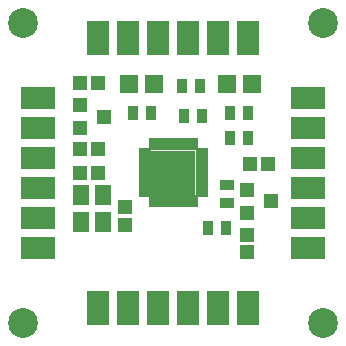
<source format=gbr>
G04 #@! TF.FileFunction,Soldermask,Top*
%FSLAX46Y46*%
G04 Gerber Fmt 4.6, Leading zero omitted, Abs format (unit mm)*
G04 Created by KiCad (PCBNEW 4.0.0-rc1-stable) date 10/19/2015 9:11:09 PM*
%MOMM*%
G01*
G04 APERTURE LIST*
%ADD10C,0.100000*%
%ADD11R,1.100000X0.650000*%
%ADD12R,0.650000X1.100000*%
%ADD13R,2.125000X2.125000*%
%ADD14C,2.530000*%
%ADD15R,1.598880X1.598880*%
%ADD16R,1.924000X2.940000*%
%ADD17R,2.940000X1.924000*%
%ADD18R,1.200100X1.200100*%
%ADD19R,1.450000X1.700000*%
%ADD20R,1.200000X1.150000*%
%ADD21R,1.150000X1.200000*%
%ADD22R,0.900000X1.300000*%
%ADD23R,1.300000X0.900000*%
G04 APERTURE END LIST*
D10*
D11*
X137300000Y-112550000D03*
X137300000Y-113050000D03*
X137300000Y-113550000D03*
X137300000Y-114050000D03*
X137300000Y-114550000D03*
X137300000Y-115050000D03*
X137300000Y-115550000D03*
X137300000Y-116050000D03*
D12*
X137950000Y-116700000D03*
X138450000Y-116700000D03*
X138950000Y-116700000D03*
X139450000Y-116700000D03*
X139950000Y-116700000D03*
X140450000Y-116700000D03*
X140950000Y-116700000D03*
X141450000Y-116700000D03*
D11*
X142100000Y-116050000D03*
X142100000Y-115550000D03*
X142100000Y-115050000D03*
X142100000Y-114550000D03*
X142100000Y-114050000D03*
X142100000Y-113550000D03*
X142100000Y-113050000D03*
X142100000Y-112550000D03*
D12*
X141450000Y-111900000D03*
X140950000Y-111900000D03*
X140450000Y-111900000D03*
X139950000Y-111900000D03*
X139450000Y-111900000D03*
X138950000Y-111900000D03*
X138450000Y-111900000D03*
X137950000Y-111900000D03*
D13*
X140562500Y-115162500D03*
X140562500Y-113437500D03*
X138837500Y-115162500D03*
X138837500Y-113437500D03*
D14*
X127000000Y-127000000D03*
X152400000Y-127000000D03*
X152400000Y-101600000D03*
X127000000Y-101600000D03*
D15*
X135950960Y-106807000D03*
X138049000Y-106807000D03*
X144272000Y-106807000D03*
X146370040Y-106807000D03*
D16*
X146050000Y-125730000D03*
X143510000Y-125730000D03*
X140970000Y-125730000D03*
X138430000Y-125730000D03*
X135890000Y-125730000D03*
X133350000Y-125730000D03*
X146050000Y-125730000D03*
X143510000Y-125730000D03*
X140970000Y-125730000D03*
X138430000Y-125730000D03*
X135890000Y-125730000D03*
X133350000Y-125730000D03*
X133350000Y-102870000D03*
X135890000Y-102870000D03*
X138430000Y-102870000D03*
X140970000Y-102870000D03*
X143510000Y-102870000D03*
X146050000Y-102870000D03*
X133350000Y-102870000D03*
X135890000Y-102870000D03*
X138430000Y-102870000D03*
X140970000Y-102870000D03*
X143510000Y-102870000D03*
X146050000Y-102870000D03*
D17*
X151130000Y-107950000D03*
X151130000Y-110490000D03*
X151130000Y-113030000D03*
X151130000Y-115570000D03*
X151130000Y-118110000D03*
X151130000Y-120650000D03*
X151130000Y-107950000D03*
X151130000Y-110490000D03*
X151130000Y-113030000D03*
X151130000Y-115570000D03*
X151130000Y-118110000D03*
X151130000Y-120650000D03*
X128270000Y-120650000D03*
X128270000Y-118110000D03*
X128270000Y-115570000D03*
X128270000Y-113030000D03*
X128270000Y-110490000D03*
X128270000Y-107950000D03*
X128270000Y-120650000D03*
X128270000Y-118110000D03*
X128270000Y-115570000D03*
X128270000Y-113030000D03*
X128270000Y-110490000D03*
X128270000Y-107950000D03*
D18*
X131826000Y-108585000D03*
X131826000Y-110485000D03*
X133824980Y-109535000D03*
X145989000Y-115763000D03*
X145989000Y-117663000D03*
X147987980Y-116713000D03*
D19*
X131881000Y-116191000D03*
X131881000Y-118491000D03*
X133731000Y-118491000D03*
X133731000Y-116191000D03*
D20*
X131826000Y-106680000D03*
X133326000Y-106680000D03*
X131850000Y-112268000D03*
X133350000Y-112268000D03*
X146201000Y-113538000D03*
X147701000Y-113538000D03*
D21*
X145923000Y-119531000D03*
X145923000Y-121031000D03*
D20*
X133350000Y-114300000D03*
X131850000Y-114300000D03*
D21*
X135636000Y-118721000D03*
X135636000Y-117221000D03*
D22*
X144550000Y-111379000D03*
X146050000Y-111379000D03*
X142645000Y-118999000D03*
X144145000Y-118999000D03*
X137795000Y-109220000D03*
X136295000Y-109220000D03*
X146038000Y-109220000D03*
X144538000Y-109220000D03*
D23*
X144272000Y-116816000D03*
X144272000Y-115316000D03*
D22*
X140613000Y-109474000D03*
X142113000Y-109474000D03*
X141986000Y-106934000D03*
X140486000Y-106934000D03*
M02*

</source>
